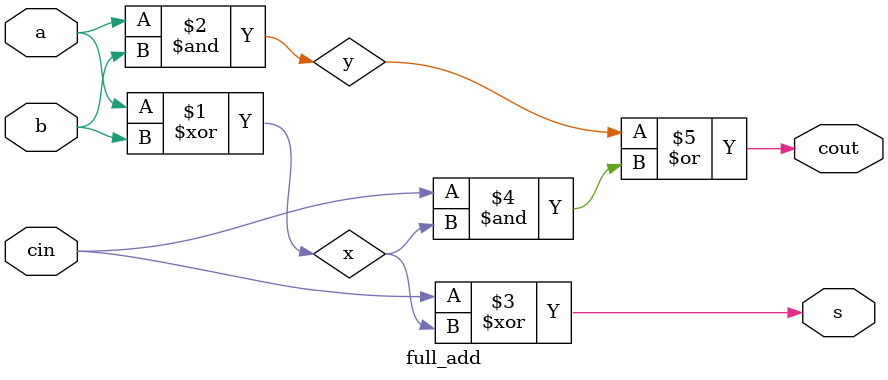
<source format=v>
module full_add(input a,b,cin ,output s,cout);

    wire x,y;
    assign x = a ^ b;
    assign y = a & b;
    assign s = cin ^ x;
    assign cout = y | cin&x;
    
endmodule
</source>
